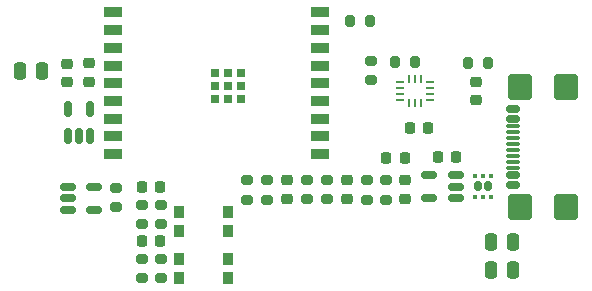
<source format=gbr>
%TF.GenerationSoftware,KiCad,Pcbnew,8.0.9-8.0.9-0~ubuntu22.04.1*%
%TF.CreationDate,2025-07-15T10:59:46-04:00*%
%TF.ProjectId,schematics,73636865-6d61-4746-9963-732e6b696361,rev?*%
%TF.SameCoordinates,Original*%
%TF.FileFunction,Paste,Top*%
%TF.FilePolarity,Positive*%
%FSLAX46Y46*%
G04 Gerber Fmt 4.6, Leading zero omitted, Abs format (unit mm)*
G04 Created by KiCad (PCBNEW 8.0.9-8.0.9-0~ubuntu22.04.1) date 2025-07-15 10:59:46*
%MOMM*%
%LPD*%
G01*
G04 APERTURE LIST*
G04 Aperture macros list*
%AMRoundRect*
0 Rectangle with rounded corners*
0 $1 Rounding radius*
0 $2 $3 $4 $5 $6 $7 $8 $9 X,Y pos of 4 corners*
0 Add a 4 corners polygon primitive as box body*
4,1,4,$2,$3,$4,$5,$6,$7,$8,$9,$2,$3,0*
0 Add four circle primitives for the rounded corners*
1,1,$1+$1,$2,$3*
1,1,$1+$1,$4,$5*
1,1,$1+$1,$6,$7*
1,1,$1+$1,$8,$9*
0 Add four rect primitives between the rounded corners*
20,1,$1+$1,$2,$3,$4,$5,0*
20,1,$1+$1,$4,$5,$6,$7,0*
20,1,$1+$1,$6,$7,$8,$9,0*
20,1,$1+$1,$8,$9,$2,$3,0*%
G04 Aperture macros list end*
%ADD10RoundRect,0.225000X-0.225000X-0.250000X0.225000X-0.250000X0.225000X0.250000X-0.225000X0.250000X0*%
%ADD11RoundRect,0.200000X0.275000X-0.200000X0.275000X0.200000X-0.275000X0.200000X-0.275000X-0.200000X0*%
%ADD12RoundRect,0.225000X0.225000X0.250000X-0.225000X0.250000X-0.225000X-0.250000X0.225000X-0.250000X0*%
%ADD13RoundRect,0.250000X-0.250000X-0.475000X0.250000X-0.475000X0.250000X0.475000X-0.250000X0.475000X0*%
%ADD14RoundRect,0.200000X-0.200000X-0.275000X0.200000X-0.275000X0.200000X0.275000X-0.200000X0.275000X0*%
%ADD15R,0.900000X1.000000*%
%ADD16RoundRect,0.225000X-0.250000X0.225000X-0.250000X-0.225000X0.250000X-0.225000X0.250000X0.225000X0*%
%ADD17RoundRect,0.225000X0.250000X-0.225000X0.250000X0.225000X-0.250000X0.225000X-0.250000X-0.225000X0*%
%ADD18RoundRect,0.150000X0.425000X-0.150000X0.425000X0.150000X-0.425000X0.150000X-0.425000X-0.150000X0*%
%ADD19RoundRect,0.075000X0.500000X-0.075000X0.500000X0.075000X-0.500000X0.075000X-0.500000X-0.075000X0*%
%ADD20RoundRect,0.250000X0.750000X-0.840000X0.750000X0.840000X-0.750000X0.840000X-0.750000X-0.840000X0*%
%ADD21RoundRect,0.160000X0.160000X-0.245000X0.160000X0.245000X-0.160000X0.245000X-0.160000X-0.245000X0*%
%ADD22RoundRect,0.093750X0.106250X-0.093750X0.106250X0.093750X-0.106250X0.093750X-0.106250X-0.093750X0*%
%ADD23RoundRect,0.200000X-0.275000X0.200000X-0.275000X-0.200000X0.275000X-0.200000X0.275000X0.200000X0*%
%ADD24RoundRect,0.150000X0.150000X-0.512500X0.150000X0.512500X-0.150000X0.512500X-0.150000X-0.512500X0*%
%ADD25RoundRect,0.150000X0.512500X0.150000X-0.512500X0.150000X-0.512500X-0.150000X0.512500X-0.150000X0*%
%ADD26RoundRect,0.250000X0.250000X0.475000X-0.250000X0.475000X-0.250000X-0.475000X0.250000X-0.475000X0*%
%ADD27R,0.675000X0.250000*%
%ADD28R,0.250000X0.675000*%
%ADD29RoundRect,0.200000X0.200000X0.275000X-0.200000X0.275000X-0.200000X-0.275000X0.200000X-0.275000X0*%
%ADD30R,0.700000X0.700000*%
%ADD31R,1.500000X0.900000*%
%ADD32RoundRect,0.150000X-0.512500X-0.150000X0.512500X-0.150000X0.512500X0.150000X-0.512500X0.150000X0*%
G04 APERTURE END LIST*
D10*
%TO.C,C3*%
X166400000Y-85500000D03*
X167950000Y-85500000D03*
%TD*%
D11*
%TO.C,R1*%
X145300000Y-93625000D03*
X145300000Y-91975000D03*
%TD*%
%TO.C,R13*%
X159400000Y-91525000D03*
X159400000Y-89875000D03*
%TD*%
D12*
%TO.C,C11*%
X165975000Y-88000000D03*
X164425000Y-88000000D03*
%TD*%
D11*
%TO.C,R12*%
X152600000Y-91550000D03*
X152600000Y-89900000D03*
%TD*%
D13*
%TO.C,C10*%
X173275000Y-97500000D03*
X175175000Y-97500000D03*
%TD*%
D14*
%TO.C,R10*%
X165175000Y-79900000D03*
X166825000Y-79900000D03*
%TD*%
D15*
%TO.C,SW5*%
X146900000Y-96600000D03*
X151000000Y-96600000D03*
X146900000Y-98200000D03*
X151000000Y-98200000D03*
%TD*%
D16*
%TO.C,C4*%
X166000000Y-89925000D03*
X166000000Y-91475000D03*
%TD*%
D17*
%TO.C,C12*%
X139200000Y-81575000D03*
X139200000Y-80025000D03*
%TD*%
D14*
%TO.C,R8*%
X171350000Y-80000000D03*
X173000000Y-80000000D03*
%TD*%
D18*
%TO.C,J1*%
X175120000Y-90300000D03*
X175120000Y-89500000D03*
D19*
X175120000Y-88350000D03*
X175120000Y-87350000D03*
X175120000Y-86850000D03*
X175120000Y-85850000D03*
D18*
X175120000Y-84700000D03*
X175120000Y-83900000D03*
X175120000Y-83900000D03*
X175120000Y-84700000D03*
D19*
X175120000Y-85350000D03*
X175120000Y-86350000D03*
X175120000Y-87850000D03*
X175120000Y-88850000D03*
D18*
X175120000Y-89500000D03*
X175120000Y-90300000D03*
D20*
X175695000Y-92210000D03*
X179625000Y-92210000D03*
X175695000Y-81990000D03*
X179625000Y-81990000D03*
%TD*%
D11*
%TO.C,R6*%
X154300000Y-91550000D03*
X154300000Y-89900000D03*
%TD*%
D21*
%TO.C,U5*%
X172200000Y-90412500D03*
X173000000Y-90412500D03*
D22*
X171950000Y-91300000D03*
X172600000Y-91300000D03*
X173250000Y-91300000D03*
X173250000Y-89525000D03*
X172600000Y-89525000D03*
X171950000Y-89525000D03*
%TD*%
D23*
%TO.C,R11*%
X163100000Y-79775000D03*
X163100000Y-81425000D03*
%TD*%
D24*
%TO.C,U3*%
X137450000Y-86137500D03*
X138400000Y-86137500D03*
X139350000Y-86137500D03*
X139350000Y-83862500D03*
X137450000Y-83862500D03*
%TD*%
D12*
%TO.C,C13*%
X170300000Y-87900000D03*
X168750000Y-87900000D03*
%TD*%
D25*
%TO.C,U2*%
X170337500Y-91400000D03*
X170337500Y-90450000D03*
X170337500Y-89500000D03*
X168062500Y-89500000D03*
X168062500Y-91400000D03*
%TD*%
D26*
%TO.C,C9*%
X135300000Y-80700000D03*
X133400000Y-80700000D03*
%TD*%
D10*
%TO.C,C5*%
X143725000Y-90500000D03*
X145275000Y-90500000D03*
%TD*%
D23*
%TO.C,R4*%
X145300000Y-96550000D03*
X145300000Y-98200000D03*
%TD*%
D16*
%TO.C,C8*%
X161100000Y-89925000D03*
X161100000Y-91475000D03*
%TD*%
D15*
%TO.C,SW4*%
X146900000Y-92600000D03*
X151000000Y-92600000D03*
X146900000Y-94200000D03*
X151000000Y-94200000D03*
%TD*%
D23*
%TO.C,R_PROG1*%
X141500000Y-90525000D03*
X141500000Y-92175000D03*
%TD*%
D11*
%TO.C,R7*%
X162800000Y-91550000D03*
X162800000Y-89900000D03*
%TD*%
D23*
%TO.C,R2*%
X143750000Y-91975000D03*
X143750000Y-93625000D03*
%TD*%
D17*
%TO.C,C14*%
X137400000Y-81600000D03*
X137400000Y-80050000D03*
%TD*%
%TO.C,C2*%
X172000000Y-83100000D03*
X172000000Y-81550000D03*
%TD*%
D27*
%TO.C,U6*%
X165575000Y-81600000D03*
X165575000Y-82100000D03*
X165575000Y-82600000D03*
X165575000Y-83100000D03*
D28*
X166337500Y-83362500D03*
X166837500Y-83362500D03*
X167337500Y-83362500D03*
D27*
X168100000Y-83100000D03*
X168100000Y-82600000D03*
X168100000Y-82100000D03*
X168100000Y-81600000D03*
D28*
X167337500Y-81337500D03*
X166837500Y-81337500D03*
X166337500Y-81337500D03*
%TD*%
D10*
%TO.C,C6*%
X143725000Y-95075000D03*
X145275000Y-95075000D03*
%TD*%
D23*
%TO.C,R3*%
X143750000Y-96550000D03*
X143750000Y-98200000D03*
%TD*%
D13*
%TO.C,C15*%
X173275000Y-95100000D03*
X175175000Y-95100000D03*
%TD*%
D29*
%TO.C,R9*%
X163025000Y-76400000D03*
X161375000Y-76400000D03*
%TD*%
D16*
%TO.C,C7*%
X156000000Y-89925000D03*
X156000000Y-91475000D03*
%TD*%
D11*
%TO.C,R5*%
X157700000Y-91525000D03*
X157700000Y-89875000D03*
%TD*%
D30*
%TO.C,U1*%
X149910000Y-80800000D03*
X149910000Y-81900000D03*
X149910000Y-83000000D03*
X151010000Y-80800000D03*
X151010000Y-81900000D03*
X151010000Y-83000000D03*
X152110000Y-80800000D03*
X152110000Y-81900000D03*
X152110000Y-83000000D03*
D31*
X141300000Y-75700000D03*
X141300000Y-77200000D03*
X141300000Y-78700000D03*
X141300000Y-80200000D03*
X141300000Y-81700000D03*
X141300000Y-83200000D03*
X141300000Y-84700000D03*
X141300000Y-86200000D03*
X141300000Y-87700000D03*
X158800000Y-87700000D03*
X158800000Y-86200000D03*
X158800000Y-84700000D03*
X158800000Y-83200000D03*
X158800000Y-81700000D03*
X158800000Y-80200000D03*
X158800000Y-78700000D03*
X158800000Y-77200000D03*
X158800000Y-75700000D03*
%TD*%
D32*
%TO.C,U4*%
X137425000Y-90500000D03*
X137425000Y-91450000D03*
X137425000Y-92400000D03*
X139700000Y-92400000D03*
X139700000Y-90500000D03*
%TD*%
D11*
%TO.C,R14*%
X164400000Y-91550000D03*
X164400000Y-89900000D03*
%TD*%
M02*

</source>
